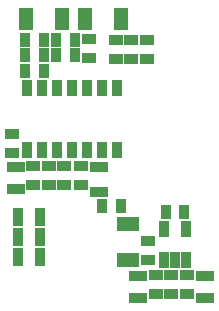
<source format=gbp>
G04*
G04 #@! TF.GenerationSoftware,Altium Limited,Altium Designer,22.1.2 (22)*
G04*
G04 Layer_Color=128*
%FSLAX25Y25*%
%MOIN*%
G70*
G04*
G04 #@! TF.SameCoordinates,BB4BA718-9431-4743-B970-F4C87B48E952*
G04*
G04*
G04 #@! TF.FilePolarity,Positive*
G04*
G01*
G75*
%ADD31R,0.03756X0.06118*%
%ADD32R,0.06118X0.03756*%
%ADD33R,0.03362X0.04543*%
%ADD36R,0.04543X0.03362*%
%ADD216R,0.04543X0.07299*%
%ADD217R,0.03362X0.05331*%
%ADD218R,0.03284X0.05646*%
%ADD219R,0.07299X0.04543*%
D31*
X251575Y18110D02*
D03*
X244094D02*
D03*
X251575Y24803D02*
D03*
X244094D02*
D03*
X251575Y31496D02*
D03*
X244094D02*
D03*
D32*
X271260Y48228D02*
D03*
Y39961D02*
D03*
X243307Y40748D02*
D03*
Y48228D02*
D03*
X306299Y12008D02*
D03*
Y4528D02*
D03*
X284252Y4528D02*
D03*
Y12008D02*
D03*
D33*
X246456Y80315D02*
D03*
X252756D02*
D03*
X256693Y90551D02*
D03*
X262993D02*
D03*
X293307Y33071D02*
D03*
X299607D02*
D03*
X246456Y85433D02*
D03*
X252756D02*
D03*
X252756Y90551D02*
D03*
X246456D02*
D03*
X278347Y35039D02*
D03*
X272047D02*
D03*
X256693Y85433D02*
D03*
X262993D02*
D03*
D36*
X242126Y52755D02*
D03*
Y59056D02*
D03*
X254331Y48426D02*
D03*
Y42126D02*
D03*
X287080Y84252D02*
D03*
Y90552D02*
D03*
X281890Y84252D02*
D03*
Y90552D02*
D03*
X249213Y48426D02*
D03*
Y42126D02*
D03*
X267717Y84645D02*
D03*
Y90945D02*
D03*
X264961Y48426D02*
D03*
Y42126D02*
D03*
X259449Y48426D02*
D03*
Y42126D02*
D03*
X276772Y84252D02*
D03*
Y90552D02*
D03*
X290158Y12205D02*
D03*
Y5905D02*
D03*
X300394Y12205D02*
D03*
Y5905D02*
D03*
X295276Y12205D02*
D03*
Y5905D02*
D03*
X287402Y17323D02*
D03*
Y23622D02*
D03*
D216*
X258661Y97638D02*
D03*
X246850D02*
D03*
X278346D02*
D03*
X266535D02*
D03*
D217*
X300197Y27559D02*
D03*
X292717D02*
D03*
Y17323D02*
D03*
X296457D02*
D03*
X300197D02*
D03*
D218*
X247205Y74646D02*
D03*
X252205D02*
D03*
X257205D02*
D03*
X262205D02*
D03*
X267205D02*
D03*
X272205D02*
D03*
X277205D02*
D03*
Y53701D02*
D03*
X272205D02*
D03*
X267205D02*
D03*
X262205D02*
D03*
X257205D02*
D03*
X252205D02*
D03*
X247205D02*
D03*
D219*
X280709Y17323D02*
D03*
Y29134D02*
D03*
M02*

</source>
